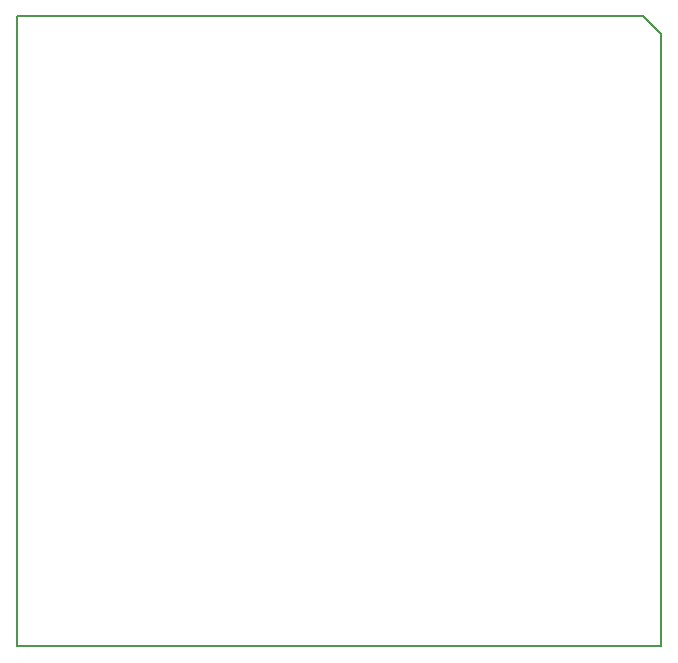
<source format=gbr>
G04 #@! TF.GenerationSoftware,KiCad,Pcbnew,5.0.2+dfsg1-1*
G04 #@! TF.CreationDate,2019-06-09T15:00:16+09:00*
G04 #@! TF.ProjectId,portal_shield_for_arduino,706f7274-616c-45f7-9368-69656c645f66,rev?*
G04 #@! TF.SameCoordinates,Original*
G04 #@! TF.FileFunction,Profile,NP*
%FSLAX46Y46*%
G04 Gerber Fmt 4.6, Leading zero omitted, Abs format (unit mm)*
G04 Created by KiCad (PCBNEW 5.0.2+dfsg1-1) date Sun 09 Jun 2019 03:00:16 PM KST*
%MOMM*%
%LPD*%
G01*
G04 APERTURE LIST*
%ADD10C,0.150000*%
G04 APERTURE END LIST*
D10*
X177038000Y-74549000D02*
X175514000Y-73025000D01*
X177038000Y-123825000D02*
X177038000Y-74549000D01*
X177038000Y-126365000D02*
X177038000Y-123825000D01*
X122498000Y-126365000D02*
X177038000Y-126365000D01*
X122498000Y-73025000D02*
X122498000Y-126365000D01*
X175514000Y-73025000D02*
X122498000Y-73025000D01*
M02*

</source>
